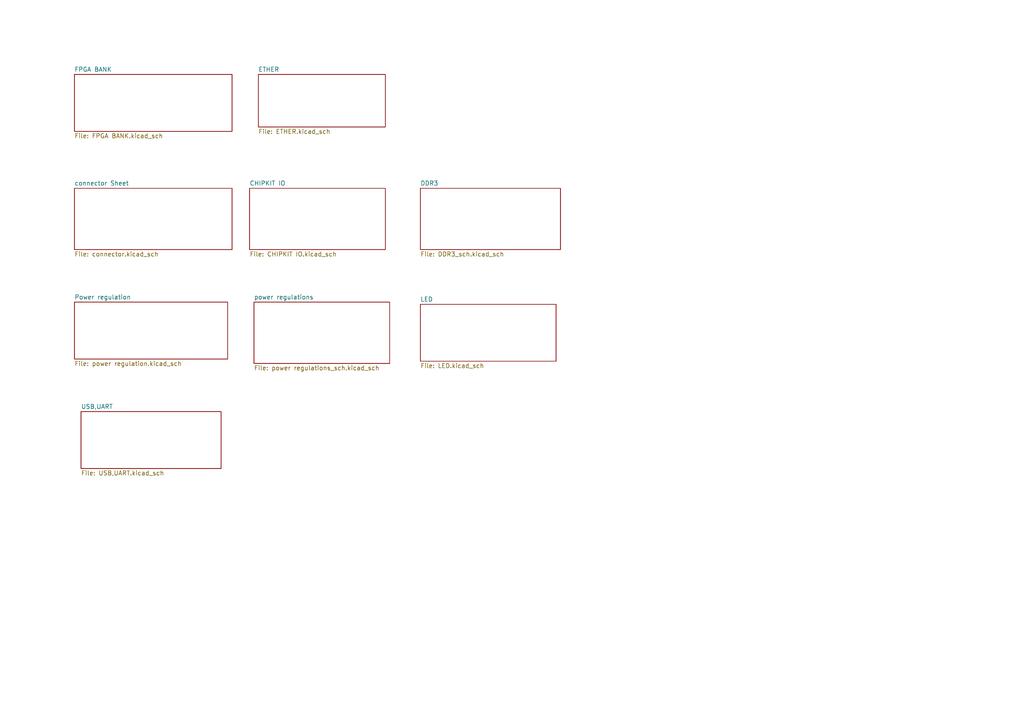
<source format=kicad_sch>
(kicad_sch
	(version 20250114)
	(generator "eeschema")
	(generator_version "9.0")
	(uuid "59f2e79c-9e3c-4a52-a6b9-0c5f6f58d35d")
	(paper "A4")
	(lib_symbols)
	(sheet
		(at 74.93 21.59)
		(size 36.83 15.24)
		(exclude_from_sim no)
		(in_bom yes)
		(on_board yes)
		(dnp no)
		(fields_autoplaced yes)
		(stroke
			(width 0.1524)
			(type solid)
		)
		(fill
			(color 0 0 0 0.0000)
		)
		(uuid "0f4372cc-23f6-4365-9a3a-328ce0842e03")
		(property "Sheetname" "ETHER"
			(at 74.93 20.8784 0)
			(effects
				(font
					(size 1.27 1.27)
				)
				(justify left bottom)
			)
		)
		(property "Sheetfile" "ETHER.kicad_sch"
			(at 74.93 37.4146 0)
			(effects
				(font
					(size 1.27 1.27)
				)
				(justify left top)
			)
		)
		(instances
			(project "A"
				(path "/59f2e79c-9e3c-4a52-a6b9-0c5f6f58d35d"
					(page "3")
				)
			)
		)
	)
	(sheet
		(at 72.39 54.61)
		(size 39.37 17.78)
		(exclude_from_sim no)
		(in_bom yes)
		(on_board yes)
		(dnp no)
		(fields_autoplaced yes)
		(stroke
			(width 0.1524)
			(type solid)
		)
		(fill
			(color 0 0 0 0.0000)
		)
		(uuid "156f5591-d451-4a24-a44e-adad07c7198c")
		(property "Sheetname" "CHIPKIT IO"
			(at 72.39 53.8984 0)
			(effects
				(font
					(size 1.27 1.27)
				)
				(justify left bottom)
			)
		)
		(property "Sheetfile" "CHIPKIT IO.kicad_sch"
			(at 72.39 72.9746 0)
			(effects
				(font
					(size 1.27 1.27)
				)
				(justify left top)
			)
		)
		(instances
			(project "A"
				(path "/59f2e79c-9e3c-4a52-a6b9-0c5f6f58d35d"
					(page "6")
				)
			)
		)
	)
	(sheet
		(at 21.59 54.61)
		(size 45.72 17.78)
		(exclude_from_sim no)
		(in_bom yes)
		(on_board yes)
		(dnp no)
		(fields_autoplaced yes)
		(stroke
			(width 0.1524)
			(type solid)
		)
		(fill
			(color 0 0 0 0.0000)
		)
		(uuid "1965e4da-3400-4df9-8e37-add5aa8a5222")
		(property "Sheetname" "connector Sheet"
			(at 21.59 53.8984 0)
			(effects
				(font
					(size 1.27 1.27)
				)
				(justify left bottom)
			)
		)
		(property "Sheetfile" "connector.kicad_sch"
			(at 21.59 72.9746 0)
			(effects
				(font
					(size 1.27 1.27)
				)
				(justify left top)
			)
		)
		(instances
			(project "A"
				(path "/59f2e79c-9e3c-4a52-a6b9-0c5f6f58d35d"
					(page "5")
				)
			)
		)
	)
	(sheet
		(at 21.59 21.59)
		(size 45.72 16.51)
		(exclude_from_sim no)
		(in_bom yes)
		(on_board yes)
		(dnp no)
		(fields_autoplaced yes)
		(stroke
			(width 0.1524)
			(type solid)
		)
		(fill
			(color 0 0 0 0.0000)
		)
		(uuid "242505c4-b40a-4edb-98f1-732cff5024d3")
		(property "Sheetname" "FPGA BANK"
			(at 21.59 20.8784 0)
			(effects
				(font
					(size 1.27 1.27)
				)
				(justify left bottom)
			)
		)
		(property "Sheetfile" "FPGA BANK.kicad_sch"
			(at 21.59 38.6846 0)
			(effects
				(font
					(size 1.27 1.27)
				)
				(justify left top)
			)
		)
		(instances
			(project "A"
				(path "/59f2e79c-9e3c-4a52-a6b9-0c5f6f58d35d"
					(page "2")
				)
			)
		)
	)
	(sheet
		(at 23.495 119.38)
		(size 40.64 16.51)
		(exclude_from_sim no)
		(in_bom yes)
		(on_board yes)
		(dnp no)
		(fields_autoplaced yes)
		(stroke
			(width 0.1524)
			(type solid)
		)
		(fill
			(color 0 0 0 0.0000)
		)
		(uuid "7e3f4283-a220-4428-b957-a19217223f25")
		(property "Sheetname" "USB,UART"
			(at 23.495 118.6684 0)
			(effects
				(font
					(size 1.27 1.27)
				)
				(justify left bottom)
			)
		)
		(property "Sheetfile" "USB,UART.kicad_sch"
			(at 23.495 136.4746 0)
			(effects
				(font
					(size 1.27 1.27)
				)
				(justify left top)
			)
		)
		(instances
			(project "A"
				(path "/59f2e79c-9e3c-4a52-a6b9-0c5f6f58d35d"
					(page "10")
				)
			)
		)
	)
	(sheet
		(at 21.59 87.63)
		(size 44.45 16.51)
		(exclude_from_sim no)
		(in_bom yes)
		(on_board yes)
		(dnp no)
		(fields_autoplaced yes)
		(stroke
			(width 0.1524)
			(type solid)
		)
		(fill
			(color 0 0 0 0.0000)
		)
		(uuid "c0381c78-7f89-4555-8dfb-23e3977606df")
		(property "Sheetname" "Power regulation"
			(at 21.59 86.9184 0)
			(effects
				(font
					(size 1.27 1.27)
				)
				(justify left bottom)
			)
		)
		(property "Sheetfile" "power regulation.kicad_sch"
			(at 21.59 104.7246 0)
			(effects
				(font
					(size 1.27 1.27)
				)
				(justify left top)
			)
		)
		(instances
			(project "A"
				(path "/59f2e79c-9e3c-4a52-a6b9-0c5f6f58d35d"
					(page "8")
				)
			)
		)
	)
	(sheet
		(at 121.92 88.265)
		(size 39.37 16.51)
		(exclude_from_sim no)
		(in_bom yes)
		(on_board yes)
		(dnp no)
		(fields_autoplaced yes)
		(stroke
			(width 0.1524)
			(type solid)
		)
		(fill
			(color 0 0 0 0.0000)
		)
		(uuid "e7dd5444-def1-432f-8dbf-bd3e7ed6c036")
		(property "Sheetname" "LED"
			(at 121.92 87.5534 0)
			(effects
				(font
					(size 1.27 1.27)
				)
				(justify left bottom)
			)
		)
		(property "Sheetfile" "LED.kicad_sch"
			(at 121.92 105.3596 0)
			(effects
				(font
					(size 1.27 1.27)
				)
				(justify left top)
			)
		)
		(instances
			(project "A"
				(path "/59f2e79c-9e3c-4a52-a6b9-0c5f6f58d35d"
					(page "9")
				)
			)
		)
	)
	(sheet
		(at 73.66 87.63)
		(size 39.37 17.78)
		(exclude_from_sim no)
		(in_bom yes)
		(on_board yes)
		(dnp no)
		(fields_autoplaced yes)
		(stroke
			(width 0.1524)
			(type solid)
		)
		(fill
			(color 0 0 0 0.0000)
		)
		(uuid "fc9f3c25-11c1-48a3-9cff-41a7558372ad")
		(property "Sheetname" "power regulations"
			(at 73.66 86.9184 0)
			(effects
				(font
					(size 1.27 1.27)
				)
				(justify left bottom)
			)
		)
		(property "Sheetfile" "power regulations_sch.kicad_sch"
			(at 73.66 105.9946 0)
			(effects
				(font
					(size 1.27 1.27)
				)
				(justify left top)
			)
		)
		(instances
			(project "A"
				(path "/59f2e79c-9e3c-4a52-a6b9-0c5f6f58d35d"
					(page "9")
				)
			)
		)
	)
	(sheet
		(at 121.92 54.61)
		(size 40.64 17.78)
		(exclude_from_sim no)
		(in_bom yes)
		(on_board yes)
		(dnp no)
		(fields_autoplaced yes)
		(stroke
			(width 0.1524)
			(type solid)
		)
		(fill
			(color 0 0 0 0.0000)
		)
		(uuid "fcd97d35-7801-4356-9303-103612dfd081")
		(property "Sheetname" "DDR3"
			(at 121.92 53.8984 0)
			(effects
				(font
					(size 1.27 1.27)
				)
				(justify left bottom)
			)
		)
		(property "Sheetfile" "DDR3_sch.kicad_sch"
			(at 121.92 72.9746 0)
			(effects
				(font
					(size 1.27 1.27)
				)
				(justify left top)
			)
		)
		(instances
			(project "A"
				(path "/59f2e79c-9e3c-4a52-a6b9-0c5f6f58d35d"
					(page "7")
				)
			)
		)
	)
	(sheet_instances
		(path "/"
			(page "1")
		)
	)
	(embedded_fonts no)
)

</source>
